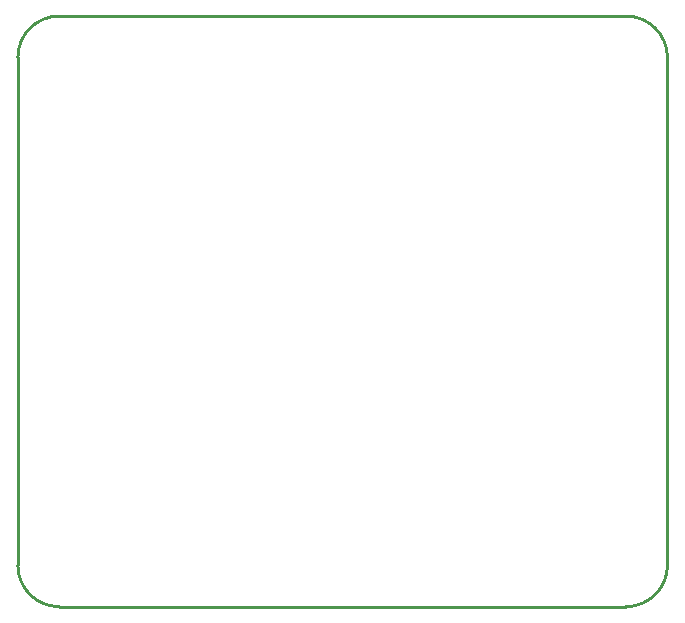
<source format=gbr>
%TF.GenerationSoftware,KiCad,Pcbnew,(5.1.5)-3*%
%TF.CreationDate,2020-11-26T13:06:48-06:00*%
%TF.ProjectId,CANdi_2,43414e64-695f-4322-9e6b-696361645f70,1A*%
%TF.SameCoordinates,Original*%
%TF.FileFunction,Profile,NP*%
%FSLAX46Y46*%
G04 Gerber Fmt 4.6, Leading zero omitted, Abs format (unit mm)*
G04 Created by KiCad (PCBNEW (5.1.5)-3) date 2020-11-26 13:06:48*
%MOMM*%
%LPD*%
G04 APERTURE LIST*
%ADD10C,0.254000*%
G04 APERTURE END LIST*
D10*
X127500000Y-121500000D02*
G75*
G02X124000000Y-125000000I-3500000J0D01*
G01*
X124000000Y-75000000D02*
G75*
G02X127500000Y-78500000I0J-3500000D01*
G01*
X76000000Y-125000000D02*
G75*
G02X72500000Y-121500000I0J3500000D01*
G01*
X72500000Y-78500000D02*
G75*
G02X76000000Y-75000000I3500000J0D01*
G01*
X127500000Y-121500000D02*
X127500000Y-78500000D01*
X76000000Y-75000000D02*
X124000000Y-75000000D01*
X72500000Y-121500000D02*
X72500000Y-78500000D01*
X76000000Y-125000000D02*
X124000000Y-125000000D01*
M02*

</source>
